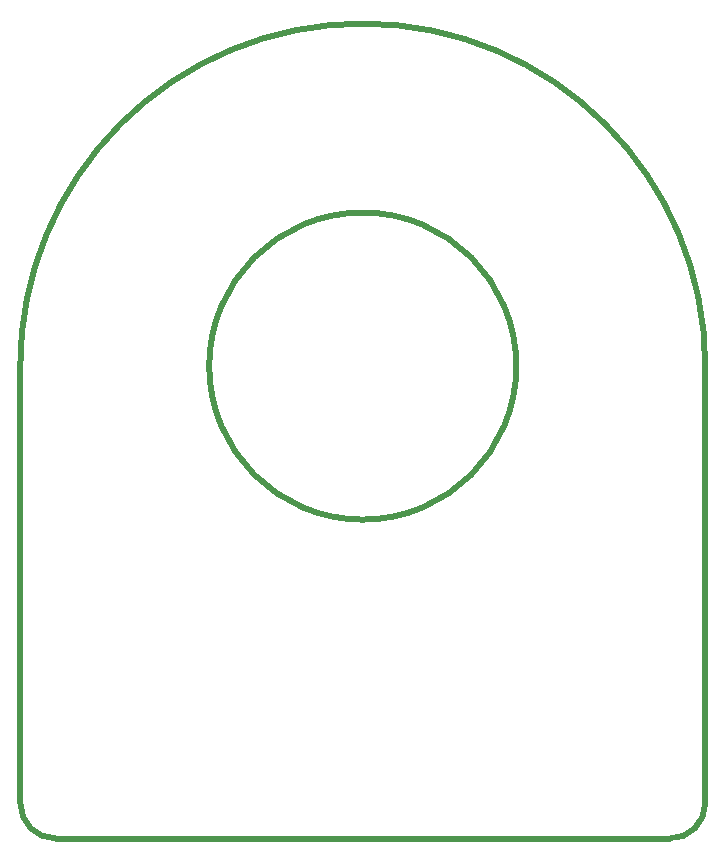
<source format=gm1>
G04 #@! TF.GenerationSoftware,KiCad,Pcbnew,7.0.8*
G04 #@! TF.CreationDate,2024-02-21T14:15:02-03:00*
G04 #@! TF.ProjectId,Lidar PCB,4c696461-7220-4504-9342-2e6b69636164,1.0*
G04 #@! TF.SameCoordinates,Original*
G04 #@! TF.FileFunction,Profile,NP*
%FSLAX46Y46*%
G04 Gerber Fmt 4.6, Leading zero omitted, Abs format (unit mm)*
G04 Created by KiCad (PCBNEW 7.0.8) date 2024-02-21 14:15:02*
%MOMM*%
%LPD*%
G01*
G04 APERTURE LIST*
G04 #@! TA.AperFunction,Profile*
%ADD10C,0.500000*%
G04 #@! TD*
G04 APERTURE END LIST*
D10*
X176000000Y-90000000D02*
G75*
G03*
X147000000Y-61000000I-29000000J0D01*
G01*
X160000000Y-90000000D02*
G75*
G03*
X160000000Y-90000000I-13000000J0D01*
G01*
X147000001Y-61000001D02*
G75*
G03*
X118000001Y-90000001I-1J-28999999D01*
G01*
X118000000Y-127000000D02*
X118000001Y-90000001D01*
X118000000Y-127000000D02*
G75*
G03*
X121000000Y-130000000I3000000J0D01*
G01*
X173000000Y-130000000D02*
X121000000Y-130000000D01*
X173000000Y-130000000D02*
G75*
G03*
X176000000Y-127000000I0J3000000D01*
G01*
X175999999Y-126999999D02*
X176000000Y-90000000D01*
M02*

</source>
